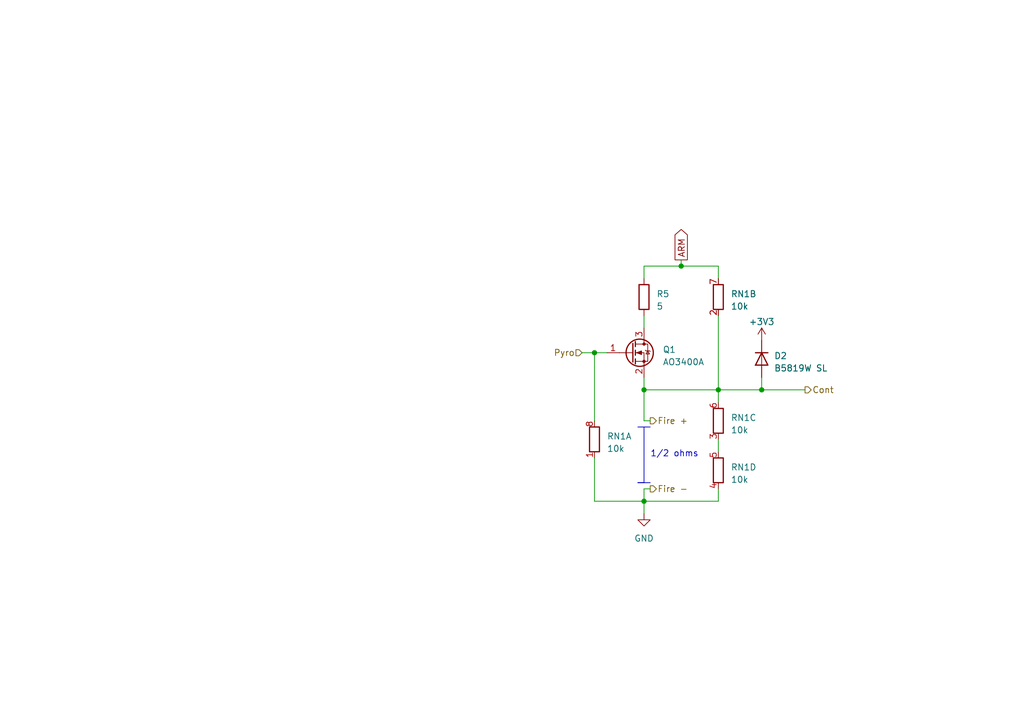
<source format=kicad_sch>
(kicad_sch (version 20230121) (generator eeschema)
  (paper "A5")
  (title_block (title "Pyro Channel"))
  (lib_symbols
    (symbol "Device:R" (pin_numbers hide) (pin_names (offset 0))
      (property "Reference" "R" (at 2.032 0 90))
      (property "Value" "R" (at 0 0 90))
      (symbol "R_0_1"
        (rectangle (start -1.016 -2.54) (end 1.016 2.54) (stroke (width 0.254)))
      )
      (symbol "R_1_1"
        (pin passive line (at 0 3.81 270) (length 1.27) (name "~") (number "1"))
        (pin passive line (at 0 -3.81 90) (length 1.27) (name "~") (number "2"))
      )
    )
    (symbol "Device:R_Pack04_Split" (pin_names (offset 0) hide)
      (property "Reference" "RN" (at 2.032 0 90))
      (property "Value" "R_Pack04_Split" (at 0 0 90))
      (symbol "R_Pack04_Split_0_1"
        (rectangle (start 1.016 2.54) (end -1.016 -2.54) (stroke (width 0.254)))
      )
      (symbol "R_Pack04_Split_1_1"
        (pin passive line (at 0 -3.81 90) (length 1.27) (name "R1.1") (number "1"))
        (pin passive line (at 0 3.81 270) (length 1.27) (name "R1.2") (number "8"))
      )
      (symbol "R_Pack04_Split_2_1"
        (pin passive line (at 0 -3.81 90) (length 1.27) (name "R2.1") (number "2"))
        (pin passive line (at 0 3.81 270) (length 1.27) (name "R2.2") (number "7"))
      )
      (symbol "R_Pack04_Split_3_1"
        (pin passive line (at 0 -3.81 90) (length 1.27) (name "R3.1") (number "3"))
        (pin passive line (at 0 3.81 270) (length 1.27) (name "R3.2") (number "6"))
      )
      (symbol "R_Pack04_Split_4_1"
        (pin passive line (at 0 -3.81 90) (length 1.27) (name "R4.1") (number "4"))
        (pin passive line (at 0 3.81 270) (length 1.27) (name "R4.2") (number "5"))
      )
    )
    (symbol "Diode:1N914" (pin_numbers hide) (pin_names (offset 1.016) hide)
      (property "Reference" "D" (at 0 2.54 0))
      (property "Value" "1N914" (at 0 -2.54 0))
      (symbol "1N914_0_1"
        (polyline (pts (xy -1.27 1.27) (xy -1.27 -1.27)) (stroke (width 0.254)))
        (polyline (pts (xy 1.27 0) (xy -1.27 0)))
        (polyline (pts (xy 1.27 1.27) (xy 1.27 -1.27) (xy -1.27 0) (xy 1.27 1.27)) (stroke (width 0.254)))
      )
      (symbol "1N914_1_1"
        (pin passive line (at -3.81 0 0) (length 2.54) (name "K") (number "1"))
        (pin passive line (at 3.81 0 180) (length 2.54) (name "A") (number "2"))
      )
    )
    (symbol "Transistor_FET:AO3400A" (pin_names hide)
      (property "Reference" "Q" (at 5.08 1.905 0))
      (property "Value" "AO3400A" (at 5.08 0 0))
      (symbol "AO3400A_0_1"
        (polyline (pts (xy 0.254 0) (xy -2.54 0)))
        (polyline (pts (xy 0.254 1.905) (xy 0.254 -1.905)) (stroke (width 0.254)))
        (polyline (pts (xy 0.762 -1.27) (xy 0.762 -2.286)) (stroke (width 0.254)))
        (polyline (pts (xy 0.762 0.508) (xy 0.762 -0.508)) (stroke (width 0.254)))
        (polyline (pts (xy 0.762 2.286) (xy 0.762 1.27)) (stroke (width 0.254)))
        (polyline (pts (xy 2.54 2.54) (xy 2.54 1.778)))
        (polyline (pts (xy 2.54 -2.54) (xy 2.54 0) (xy 0.762 0)))
        (polyline (pts (xy 0.762 -1.778) (xy 3.302 -1.778) (xy 3.302 1.778) (xy 0.762 1.778)))
        (polyline (pts (xy 1.016 0) (xy 2.032 0.381) (xy 2.032 -0.381) (xy 1.016 0)) (fill (type outline)))
        (polyline (pts (xy 2.794 0.508) (xy 2.921 0.381) (xy 3.683 0.381) (xy 3.81 0.254)))
        (polyline (pts (xy 3.302 0.381) (xy 2.921 -0.254) (xy 3.683 -0.254) (xy 3.302 0.381)))
        (circle (center 1.651 0) (radius 2.794) (stroke (width 0.254)))
        (circle (center 2.54 -1.778) (radius 0.254) (fill (type outline)))
        (circle (center 2.54 1.778) (radius 0.254) (fill (type outline)))
      )
      (symbol "AO3400A_1_1"
        (pin input line (at -5.08 0 0) (length 2.54) (name "G") (number "1"))
        (pin passive line (at 2.54 -5.08 90) (length 2.54) (name "S") (number "2"))
        (pin passive line (at 2.54 5.08 270) (length 2.54) (name "D") (number "3"))
      )
    )
    (symbol "power:+3V3" (power) (pin_names (offset 0))
      (property "Value" "+3V3" (at 0 3.556 0))
      (symbol "+3V3_0_1"
        (polyline (pts (xy -0.762 1.27) (xy 0 2.54)))
        (polyline (pts (xy 0 0) (xy 0 2.54)))
        (polyline (pts (xy 0 2.54) (xy 0.762 1.27)))
      )
      (symbol "+3V3_1_1"
        (pin power_in line (at 0 0 90) (length 0) hide (name "+3V3") (number "1"))
      )
    )
    (symbol "power:GND" (power) (pin_names (offset 0))
      (property "Value" "GND" (at 0 -3.81 0))
      (symbol "GND_0_1"
        (polyline (pts (xy 0 0) (xy 0 -1.27) (xy 1.27 -1.27) (xy 0 -2.54) (xy -1.27 -1.27) (xy 0 -1.27)))
      )
      (symbol "GND_1_1"
        (pin power_in line (at 0 0 270) (length 0) hide (name "GND") (number "1"))
      )
    )
  )
  (junction (at 132.08 102.87))
  (junction (at 139.7 54.61))
  (junction (at 156.21 80.01))
  (junction (at 147.32 80.01))
  (junction (at 121.92 72.39))
  (junction (at 132.08 80.01))
  (wire (pts (xy 132.08 102.87) (xy 132.08 105.41)))
  (wire (pts (xy 132.08 54.61) (xy 132.08 57.15)))
  (wire (pts (xy 121.92 72.39) (xy 121.92 86.36)))
  (wire (pts (xy 156.21 80.01) (xy 165.1 80.01)))
  (wire (pts (xy 119.38 72.39) (xy 121.92 72.39)))
  (wire (pts (xy 147.32 90.17) (xy 147.32 92.71)))
  (wire (pts (xy 147.32 80.01) (xy 156.21 80.01)))
  (wire (pts (xy 132.08 100.33) (xy 133.35 100.33)))
  (wire (pts (xy 133.35 86.36) (xy 132.08 86.36)))
  (polyline (pts (xy 130.81 99.06) (xy 132.08 99.06)))
  (wire (pts (xy 139.7 54.61) (xy 132.08 54.61)))
  (wire (pts (xy 147.32 80.01) (xy 147.32 82.55)))
  (wire (pts (xy 132.08 80.01) (xy 147.32 80.01)))
  (wire (pts (xy 147.32 57.15) (xy 147.32 54.61)))
  (polyline (pts (xy 130.81 99.06) (xy 133.35 99.06)))
  (wire (pts (xy 139.7 53.34) (xy 139.7 54.61)))
  (polyline (pts (xy 132.08 87.63) (xy 132.08 99.06)))
  (wire (pts (xy 147.32 100.33) (xy 147.32 102.87)))
  (wire (pts (xy 132.08 102.87) (xy 132.08 100.33)))
  (wire (pts (xy 156.21 77.47) (xy 156.21 80.01)))
  (wire (pts (xy 121.92 93.98) (xy 121.92 102.87)))
  (polyline (pts (xy 130.81 87.63) (xy 133.35 87.63)))
  (wire (pts (xy 147.32 54.61) (xy 139.7 54.61)))
  (wire (pts (xy 121.92 102.87) (xy 132.08 102.87)))
  (wire (pts (xy 147.32 64.77) (xy 147.32 80.01)))
  (wire (pts (xy 147.32 102.87) (xy 132.08 102.87)))
  (wire (pts (xy 132.08 86.36) (xy 132.08 80.01)))
  (wire (pts (xy 132.08 64.77) (xy 132.08 67.31)))
  (wire (pts (xy 132.08 80.01) (xy 132.08 77.47)))
  (wire (pts (xy 121.92 72.39) (xy 124.46 72.39)))
  (text "1/2 ohms" (at 133.35 93.98 0) (effects (font (size 1.27 1.27)) (justify left bottom)))
  (global_label "ARM" (shape output) (at 139.7 53.34 90) (property "Intersheetrefs" "${INTERSHEET_REFS}" (effects hide)))
  (hierarchical_label "Fire -" (shape output) (at 133.35 100.33 0))
  (hierarchical_label "Cont" (shape output) (at 165.1 80.01 0))
  (hierarchical_label "Pyro" (shape input) (at 119.38 72.39 180))
  (hierarchical_label "Fire +" (shape output) (at 133.35 86.36 0))
  (symbol (lib_id "Device:R_Pack04_Split") (at 147.32 60.96 0) (unit 2)
    (property "Reference" "RN1" (at 149.86 60.325 0) (effects (justify left)))
    (property "Value" "10k" (at 149.86 62.865 0) (effects (justify left)))
    (property "Footprint" "Resistor_SMD:R_Array_Convex_4x0603" (effects hide))
    (property "JLC" "0603x4" (effects hide))
    (property "LCSC" "C29718" (effects hide))
    (instances (project "bob" (path "" (reference "RN1") (unit 2)) (path "" (reference "RN2") (unit 2))))
  )
  (symbol (lib_id "Device:R") (at 132.08 60.96 0) (unit 1)
    (property "Reference" "R5" (at 134.62 60.325 0) (effects (justify left)))
    (property "Value" "5" (at 134.62 62.865 0) (effects (justify left)))
    (property "Footprint" "Resistor_SMD:R_0805_2012Metric" (effects hide))
    (property "LCSC" "C247080" (effects hide))
    (property "JLC" "0805" (effects hide))
    (instances (project "bob" (path "" (reference "R5") (unit 1)) (path "" (reference "R6") (unit 1))))
  )
  (symbol (lib_id "power:GND") (at 132.08 105.41 0) (unit 1)
    (property "Reference" "#PWR054" (effects hide))
    (property "Value" "GND" (at 132.08 110.49 0))
    (instances (project "bob" (path "" (reference "#PWR054") (unit 1)) (path "" (reference "#PWR056") (unit 1))))
  )
  (symbol (lib_id "Diode:1N914") (at 156.21 73.66 90) (mirror x) (unit 1)
    (property "Reference" "D2" (at 158.75 73.025 90) (effects (justify right)))
    (property "Value" "B5819W SL" (at 158.75 75.565 90) (effects (justify right)))
    (property "Footprint" "Diode_SMD:D_SOD-123" (effects hide))
    (property "Datasheet" "https://jlcpcb.com/b454aea9-40e7-422f-bffa-9f112dad248c" (effects hide))
    (property "LCSC" "C8598" (effects hide))
    (property "JLC" "SOD-123FL" (effects hide))
    (instances (project "bob" (path "" (reference "D2") (unit 1)) (path "" (reference "D6") (unit 1)) (path "" (reference "D7") (unit 1))))
  )
  (symbol (lib_id "Transistor_FET:AO3400A") (at 129.54 72.39 0) (unit 1)
    (property "Reference" "Q1" (at 135.89 71.755 0) (effects (justify left)))
    (property "Value" "AO3400A" (at 135.89 74.295 0) (effects (justify left)))
    (property "Footprint" "Package_TO_SOT_SMD:SOT-23" (effects hide))
    (property "Datasheet" "http://www.aosmd.com/pdfs/datasheet/AO3400A.pdf" (effects hide))
    (property "Sim.Device" "NMOS" (effects hide))
    (property "Sim.Type" "VDMOS" (effects hide))
    (property "Sim.Pins" "1=D 2=G 3=S" (effects hide))
    (property "LCSC" "C20917" (effects hide))
    (property "JLC" "SOT-23-3L" (effects hide))
    (instances (project "bob" (path "" (reference "Q1") (unit 1)) (path "" (reference "Q2") (unit 1)) (path "" (reference "Q3") (unit 1))))
  )
  (symbol (lib_id "power:+3V3") (at 156.21 69.85 0) (unit 1)
    (property "Reference" "#PWR055" (effects hide))
    (property "Value" "+3V3" (at 156.21 66.04 0))
    (instances (project "bob" (path "" (reference "#PWR055") (unit 1)) (path "" (reference "#PWR057") (unit 1))))
  )
  (symbol (lib_id "Device:R_Pack04_Split") (at 147.32 86.36 0) (unit 3)
    (property "Reference" "RN1" (at 149.86 85.725 0) (effects (justify left)))
    (property "Value" "10k" (at 149.86 88.265 0) (effects (justify left)))
    (property "Footprint" "Resistor_SMD:R_Array_Convex_4x0603" (effects hide))
    (property "JLC" "0603x4" (effects hide))
    (property "LCSC" "C29718" (effects hide))
    (instances (project "bob" (path "" (reference "RN1") (unit 3)) (path "" (reference "RN2") (unit 3))))
  )
  (symbol (lib_id "Device:R_Pack04_Split") (at 147.32 96.52 0) (unit 4)
    (property "Reference" "RN1" (at 149.86 95.885 0) (effects (justify left)))
    (property "Value" "10k" (at 149.86 98.425 0) (effects (justify left)))
    (property "Footprint" "Resistor_SMD:R_Array_Convex_4x0603" (effects hide))
    (property "JLC" "0603x4" (effects hide))
    (property "LCSC" "C29718" (effects hide))
    (instances (project "bob" (path "" (reference "RN1") (unit 4)) (path "" (reference "RN2") (unit 4))))
  )
  (symbol (lib_id "Device:R_Pack04_Split") (at 121.92 90.17 0) (unit 1)
    (property "Reference" "RN1" (at 124.46 89.535 0) (effects (justify left)))
    (property "Value" "10k" (at 124.46 92.075 0) (effects (justify left)))
    (property "Footprint" "Resistor_SMD:R_Array_Convex_4x0603" (effects hide))
    (property "JLC" "0603x4" (effects hide))
    (property "LCSC" "C29718" (effects hide))
    (instances (project "bob" (path "" (reference "RN1") (unit 1)) (path "" (reference "RN2") (unit 1))))
  )
)
</source>
